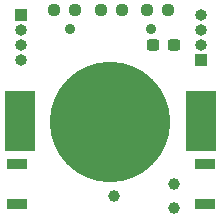
<source format=gbr>
%TF.GenerationSoftware,KiCad,Pcbnew,(6.0.0)*%
%TF.CreationDate,2022-01-30T23:08:43+01:00*%
%TF.ProjectId,TINYPLAY_PCB,54494e59-504c-4415-995f-5043422e6b69,rev?*%
%TF.SameCoordinates,Original*%
%TF.FileFunction,Soldermask,Bot*%
%TF.FilePolarity,Negative*%
%FSLAX46Y46*%
G04 Gerber Fmt 4.6, Leading zero omitted, Abs format (unit mm)*
G04 Created by KiCad (PCBNEW (6.0.0)) date 2022-01-30 23:08:43*
%MOMM*%
%LPD*%
G01*
G04 APERTURE LIST*
G04 Aperture macros list*
%AMRoundRect*
0 Rectangle with rounded corners*
0 $1 Rounding radius*
0 $2 $3 $4 $5 $6 $7 $8 $9 X,Y pos of 4 corners*
0 Add a 4 corners polygon primitive as box body*
4,1,4,$2,$3,$4,$5,$6,$7,$8,$9,$2,$3,0*
0 Add four circle primitives for the rounded corners*
1,1,$1+$1,$2,$3*
1,1,$1+$1,$4,$5*
1,1,$1+$1,$6,$7*
1,1,$1+$1,$8,$9*
0 Add four rect primitives between the rounded corners*
20,1,$1+$1,$2,$3,$4,$5,0*
20,1,$1+$1,$4,$5,$6,$7,0*
20,1,$1+$1,$6,$7,$8,$9,0*
20,1,$1+$1,$8,$9,$2,$3,0*%
G04 Aperture macros list end*
%ADD10C,0.990600*%
%ADD11R,1.000000X1.000000*%
%ADD12O,1.000000X1.000000*%
%ADD13C,0.900000*%
%ADD14RoundRect,0.237500X0.250000X0.237500X-0.250000X0.237500X-0.250000X-0.237500X0.250000X-0.237500X0*%
%ADD15C,10.200000*%
%ADD16R,2.500000X5.100000*%
%ADD17RoundRect,0.237500X-0.300000X-0.237500X0.300000X-0.237500X0.300000X0.237500X-0.300000X0.237500X0*%
%ADD18R,1.700000X0.900000*%
G04 APERTURE END LIST*
D10*
%TO.C,J1*%
X94590000Y-44484000D03*
X89510000Y-45500000D03*
X94590000Y-46516000D03*
%TD*%
D11*
%TO.C,J7*%
X96900000Y-34000000D03*
D12*
X96900000Y-32730000D03*
X96900000Y-31460000D03*
X96900000Y-30190000D03*
%TD*%
D11*
%TO.C,J6*%
X81600000Y-30200000D03*
D12*
X81600000Y-31470000D03*
X81600000Y-32740000D03*
X81600000Y-34010000D03*
%TD*%
D13*
%TO.C,SW1*%
X92600000Y-31400000D03*
X85800000Y-31400000D03*
%TD*%
D14*
%TO.C,R6*%
X94112500Y-29800000D03*
X92287500Y-29800000D03*
%TD*%
D15*
%TO.C,BT1*%
X89200000Y-39200000D03*
D16*
X96850000Y-39150000D03*
X81550000Y-39150000D03*
%TD*%
D17*
%TO.C,C1*%
X92837500Y-32750000D03*
X94562500Y-32750000D03*
%TD*%
D14*
%TO.C,R4*%
X86212500Y-29800000D03*
X84387500Y-29800000D03*
%TD*%
D18*
%TO.C,SW3*%
X81300000Y-42800000D03*
X81300000Y-46200000D03*
%TD*%
%TO.C,SW2*%
X97200000Y-46200000D03*
X97200000Y-42800000D03*
%TD*%
D14*
%TO.C,R5*%
X90212500Y-29800000D03*
X88387500Y-29800000D03*
%TD*%
M02*

</source>
